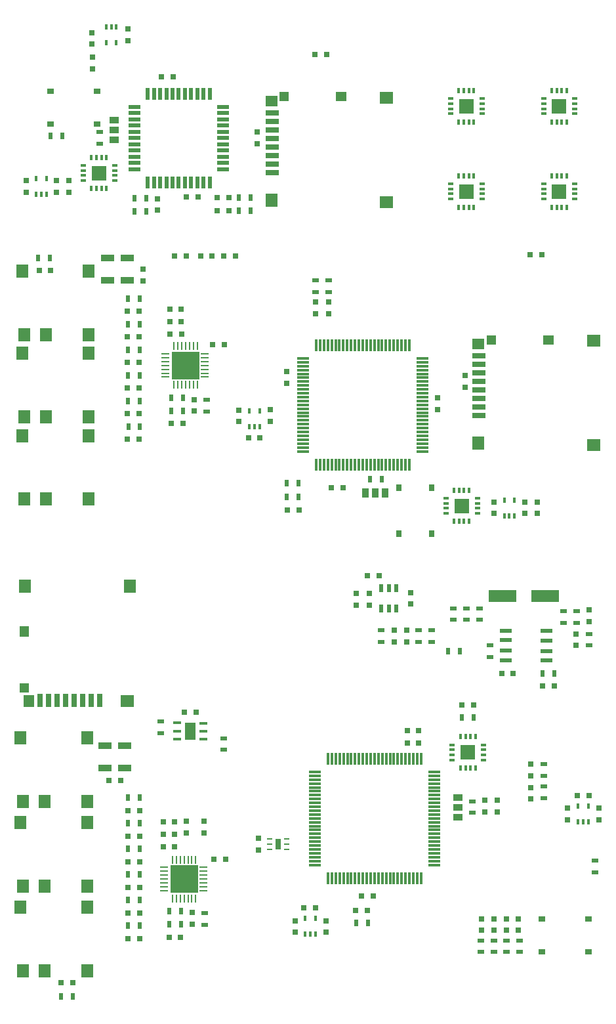
<source format=gbr>
G04 #@! TF.FileFunction,Paste,Top*
%FSLAX46Y46*%
G04 Gerber Fmt 4.6, Leading zero omitted, Abs format (unit mm)*
G04 Created by KiCad (PCBNEW 4.0.2-stable) date 19/04/2016 11:25:51*
%MOMM*%
G01*
G04 APERTURE LIST*
%ADD10C,0.100000*%
%ADD11R,0.800000X0.750000*%
%ADD12R,1.680000X0.800000*%
%ADD13R,1.500000X1.700000*%
%ADD14R,1.500000X1.400000*%
%ADD15R,1.300000X1.300000*%
%ADD16R,1.700000X1.500000*%
%ADD17R,1.400000X1.300000*%
%ADD18R,0.800000X0.350000*%
%ADD19R,1.950000X1.950000*%
%ADD20R,0.350000X0.800000*%
%ADD21R,0.750000X0.800000*%
%ADD22R,0.797560X0.797560*%
%ADD23R,1.500000X0.300000*%
%ADD24R,0.300000X1.500000*%
%ADD25R,0.500000X0.900000*%
%ADD26R,0.900000X0.500000*%
%ADD27R,0.700000X0.900000*%
%ADD28R,0.406400X0.660400*%
%ADD29R,3.600000X3.600000*%
%ADD30R,1.000000X0.250000*%
%ADD31R,0.250000X1.000000*%
%ADD32R,1.700000X0.900000*%
%ADD33R,0.965200X1.270000*%
%ADD34R,0.900000X0.700000*%
%ADD35R,0.550000X1.500000*%
%ADD36R,1.500000X0.550000*%
%ADD37R,1.270000X0.965200*%
%ADD38R,1.000000X0.450000*%
%ADD39R,1.400000X2.300000*%
%ADD40R,0.650000X1.350000*%
%ADD41R,0.800000X0.250000*%
%ADD42R,0.800000X1.680000*%
%ADD43R,1.400000X1.500000*%
%ADD44R,1.300000X1.400000*%
%ADD45R,0.600000X1.100000*%
%ADD46R,1.500000X0.600000*%
%ADD47R,3.599180X1.600200*%
G04 APERTURE END LIST*
D10*
D11*
X52056600Y-93281500D03*
X53556600Y-93281500D03*
D12*
X91989000Y-97693000D03*
X91989000Y-98793000D03*
X91989000Y-100993000D03*
X91989000Y-99893000D03*
X91989000Y-104293000D03*
X91989000Y-105393000D03*
X91989000Y-103193000D03*
X91989000Y-102093000D03*
D13*
X91899000Y-108943000D03*
D14*
X91899000Y-96193000D03*
D15*
X93569000Y-95633000D03*
D16*
X106749000Y-109233000D03*
D17*
X100909000Y-95633000D03*
D16*
X106749000Y-95743000D03*
D18*
X91750500Y-116055500D03*
X91750500Y-116705500D03*
X91750500Y-117355500D03*
X91750500Y-118005500D03*
D19*
X89725500Y-117030500D03*
D18*
X87700500Y-116055500D03*
X87700500Y-116705500D03*
X87700500Y-117355500D03*
X87700500Y-118005500D03*
D20*
X90700500Y-119055500D03*
X90050500Y-119055500D03*
X89400500Y-119055500D03*
X88750500Y-119055500D03*
X90700500Y-115005500D03*
X90050500Y-115005500D03*
X89400500Y-115005500D03*
X88750500Y-115005500D03*
D21*
X99504500Y-118034500D03*
X99504500Y-116534500D03*
X97917000Y-118034500D03*
X97917000Y-116534500D03*
X93916500Y-118034500D03*
X93916500Y-116534500D03*
D11*
X63716600Y-108254800D03*
X62216600Y-108254800D03*
D21*
X64998600Y-106160000D03*
X64998600Y-104660000D03*
X60985400Y-106185400D03*
X60985400Y-104685400D03*
X48577500Y-86499000D03*
X48577500Y-87999000D03*
D11*
X67245800Y-117551200D03*
X68745800Y-117551200D03*
X74410000Y-114681000D03*
X72910000Y-114681000D03*
X54153500Y-84772500D03*
X52653500Y-84772500D03*
X56019000Y-84772500D03*
X57519000Y-84772500D03*
X52056600Y-91668600D03*
X53556600Y-91668600D03*
X52082000Y-94881700D03*
X53582000Y-94881700D03*
X57619200Y-96227900D03*
X59119200Y-96227900D03*
X98589400Y-84632800D03*
X100089400Y-84632800D03*
D21*
X90170000Y-100240400D03*
X90170000Y-101740400D03*
D11*
X48057500Y-91948000D03*
X46557500Y-91948000D03*
X48057500Y-95250000D03*
X46557500Y-95250000D03*
X48057500Y-98552000D03*
X46557500Y-98552000D03*
X48057500Y-101854000D03*
X46557500Y-101854000D03*
X48057500Y-105156000D03*
X46557500Y-105156000D03*
X48057500Y-108458000D03*
X46557500Y-108458000D03*
D21*
X55181500Y-103326500D03*
X55181500Y-104826500D03*
D11*
X36691000Y-86677500D03*
X35191000Y-86677500D03*
X53772500Y-106362500D03*
X52272500Y-106362500D03*
D21*
X86614000Y-103136000D03*
X86614000Y-104636000D03*
X67119500Y-101207000D03*
X67119500Y-99707000D03*
D22*
X70866000Y-90754200D03*
X70866000Y-92252800D03*
X72580500Y-90754200D03*
X72580500Y-92252800D03*
D23*
X84662000Y-110013000D03*
X84662000Y-109513000D03*
X84662000Y-109013000D03*
X84662000Y-108513000D03*
X84662000Y-108013000D03*
X84662000Y-107513000D03*
X84662000Y-107013000D03*
X84662000Y-106513000D03*
X84662000Y-106013000D03*
X84662000Y-105513000D03*
X84662000Y-105013000D03*
X84662000Y-104513000D03*
X84662000Y-104013000D03*
X84662000Y-103513000D03*
X84662000Y-103013000D03*
X84662000Y-102513000D03*
X84662000Y-102013000D03*
X84662000Y-101513000D03*
X84662000Y-101013000D03*
X84662000Y-100513000D03*
X84662000Y-100013000D03*
X84662000Y-99513000D03*
X84662000Y-99013000D03*
X84662000Y-98513000D03*
X84662000Y-98013000D03*
D24*
X82962000Y-96313000D03*
X82462000Y-96313000D03*
X81962000Y-96313000D03*
X81462000Y-96313000D03*
X80962000Y-96313000D03*
X80462000Y-96313000D03*
X79962000Y-96313000D03*
X79462000Y-96313000D03*
X78962000Y-96313000D03*
X78462000Y-96313000D03*
X77962000Y-96313000D03*
X77462000Y-96313000D03*
X76962000Y-96313000D03*
X76462000Y-96313000D03*
X75962000Y-96313000D03*
X75462000Y-96313000D03*
X74962000Y-96313000D03*
X74462000Y-96313000D03*
X73962000Y-96313000D03*
X73462000Y-96313000D03*
X72962000Y-96313000D03*
X72462000Y-96313000D03*
X71962000Y-96313000D03*
X71462000Y-96313000D03*
X70962000Y-96313000D03*
D23*
X69262000Y-98013000D03*
X69262000Y-98513000D03*
X69262000Y-99013000D03*
X69262000Y-99513000D03*
X69262000Y-100013000D03*
X69262000Y-100513000D03*
X69262000Y-101013000D03*
X69262000Y-101513000D03*
X69262000Y-102013000D03*
X69262000Y-102513000D03*
X69262000Y-103013000D03*
X69262000Y-103513000D03*
X69262000Y-104013000D03*
X69262000Y-104513000D03*
X69262000Y-105013000D03*
X69262000Y-105513000D03*
X69262000Y-106013000D03*
X69262000Y-106513000D03*
X69262000Y-107013000D03*
X69262000Y-107513000D03*
X69262000Y-108013000D03*
X69262000Y-108513000D03*
X69262000Y-109013000D03*
X69262000Y-109513000D03*
X69262000Y-110013000D03*
D24*
X70962000Y-111713000D03*
X71462000Y-111713000D03*
X71962000Y-111713000D03*
X72462000Y-111713000D03*
X72962000Y-111713000D03*
X73462000Y-111713000D03*
X73962000Y-111713000D03*
X74462000Y-111713000D03*
X74962000Y-111713000D03*
X75462000Y-111713000D03*
X75962000Y-111713000D03*
X76462000Y-111713000D03*
X76962000Y-111713000D03*
X77462000Y-111713000D03*
X77962000Y-111713000D03*
X78462000Y-111713000D03*
X78962000Y-111713000D03*
X79462000Y-111713000D03*
X79962000Y-111713000D03*
X80462000Y-111713000D03*
X80962000Y-111713000D03*
X81462000Y-111713000D03*
X81962000Y-111713000D03*
X82462000Y-111713000D03*
X82962000Y-111713000D03*
D13*
X33291000Y-116177500D03*
X36091000Y-116177500D03*
X41591000Y-116177500D03*
X41591000Y-107977500D03*
X32991000Y-107977500D03*
X33291000Y-105573000D03*
X36091000Y-105573000D03*
X41591000Y-105573000D03*
X41591000Y-97373000D03*
X32991000Y-97373000D03*
X33291000Y-94968500D03*
X36091000Y-94968500D03*
X41591000Y-94968500D03*
X41591000Y-86768500D03*
X32991000Y-86768500D03*
D25*
X67144200Y-114147600D03*
X68644200Y-114147600D03*
X67144200Y-115849400D03*
X68644200Y-115849400D03*
D26*
X70866000Y-87959500D03*
X70866000Y-89459500D03*
X72580500Y-87959500D03*
X72580500Y-89459500D03*
D25*
X48209900Y-106807000D03*
X46709900Y-106807000D03*
X48184500Y-103505000D03*
X46684500Y-103505000D03*
X48184500Y-100203000D03*
X46684500Y-100203000D03*
X48184500Y-96901000D03*
X46684500Y-96901000D03*
X48184500Y-93599000D03*
X46684500Y-93599000D03*
X48184500Y-90297000D03*
X46684500Y-90297000D03*
D26*
X56819800Y-104864600D03*
X56819800Y-103364600D03*
D25*
X36564000Y-85026500D03*
X35064000Y-85026500D03*
X53772500Y-104775000D03*
X52272500Y-104775000D03*
X53772500Y-103124000D03*
X52272500Y-103124000D03*
D27*
X85856500Y-120665500D03*
X81656500Y-120665500D03*
X85856500Y-114665500D03*
X81656500Y-114665500D03*
D28*
X95224600Y-118364000D03*
X96545400Y-118364000D03*
X95885000Y-118364000D03*
X96545400Y-116332000D03*
X95224600Y-116332000D03*
X62331600Y-106832400D03*
X63652400Y-106832400D03*
X62992000Y-106832400D03*
X63652400Y-104800400D03*
X62331600Y-104800400D03*
D29*
X54102000Y-98933000D03*
D30*
X56602000Y-98933000D03*
X56602000Y-99433000D03*
X56602000Y-99933000D03*
X56602000Y-100433000D03*
X56602000Y-98433000D03*
X56602000Y-97933000D03*
X56602000Y-97433000D03*
X51502000Y-98933000D03*
X51502000Y-98433000D03*
X51502000Y-97933000D03*
X51502000Y-97433000D03*
X51502000Y-99433000D03*
X51502000Y-99933000D03*
X51502000Y-100433000D03*
D31*
X55602000Y-101433000D03*
X55102000Y-101433000D03*
X54602000Y-101433000D03*
X54102000Y-101433000D03*
X53602000Y-101433000D03*
X53102000Y-101433000D03*
X52602000Y-101433000D03*
X52602000Y-96433000D03*
X53102000Y-96433000D03*
X53602000Y-96433000D03*
X54102000Y-96433000D03*
X54602000Y-96433000D03*
X55102000Y-96433000D03*
X55602000Y-96433000D03*
D32*
X46545500Y-85037000D03*
X46545500Y-87937000D03*
X44069000Y-85037000D03*
X44069000Y-87937000D03*
D11*
X60503500Y-84772500D03*
X59003500Y-84772500D03*
D25*
X79426500Y-113601500D03*
X77926500Y-113601500D03*
D33*
X77279500Y-115379500D03*
X78549500Y-115379500D03*
X79819500Y-115379500D03*
D21*
X33528000Y-75069000D03*
X33528000Y-76569000D03*
X42062400Y-60668600D03*
X42062400Y-59168600D03*
X42037000Y-55993600D03*
X42037000Y-57493600D03*
X46659800Y-55536400D03*
X46659800Y-57036400D03*
X37465000Y-76569000D03*
X37465000Y-75069000D03*
X39052500Y-76569000D03*
X39052500Y-75069000D03*
X50482500Y-78918500D03*
X50482500Y-77418500D03*
D11*
X70814500Y-58801000D03*
X72314500Y-58801000D03*
X51002500Y-61722000D03*
X52502500Y-61722000D03*
X55677500Y-77190600D03*
X54177500Y-77190600D03*
D22*
X59690000Y-78943200D03*
X58191400Y-78943200D03*
X59677300Y-77279500D03*
X58178700Y-77279500D03*
D25*
X47510000Y-79057500D03*
X49010000Y-79057500D03*
X47510000Y-77343000D03*
X49010000Y-77343000D03*
X36651500Y-69278500D03*
X38151500Y-69278500D03*
X62472000Y-78943200D03*
X60972000Y-78943200D03*
X62472000Y-77279500D03*
X60972000Y-77279500D03*
D12*
X65255500Y-66324000D03*
X65255500Y-67424000D03*
X65255500Y-69624000D03*
X65255500Y-68524000D03*
X65255500Y-72924000D03*
X65255500Y-74024000D03*
X65255500Y-71824000D03*
X65255500Y-70724000D03*
D13*
X65165500Y-77574000D03*
D14*
X65165500Y-64824000D03*
D15*
X66835500Y-64264000D03*
D16*
X80015500Y-77864000D03*
D17*
X74175500Y-64264000D03*
D16*
X80015500Y-64374000D03*
D34*
X42687500Y-63559000D03*
X42687500Y-67759000D03*
X36687500Y-63559000D03*
X36687500Y-67759000D03*
D28*
X45173900Y-55245000D03*
X43853100Y-55245000D03*
X44513500Y-55245000D03*
X43853100Y-57277000D03*
X45173900Y-57277000D03*
X34836100Y-76835000D03*
X36156900Y-76835000D03*
X35496500Y-76835000D03*
X36156900Y-74803000D03*
X34836100Y-74803000D03*
D35*
X49213000Y-75296000D03*
X50013000Y-75296000D03*
X50813000Y-75296000D03*
X51613000Y-75296000D03*
X52413000Y-75296000D03*
X53213000Y-75296000D03*
X54013000Y-75296000D03*
X54813000Y-75296000D03*
X55613000Y-75296000D03*
X56413000Y-75296000D03*
X57213000Y-75296000D03*
D36*
X58913000Y-73596000D03*
X58913000Y-72796000D03*
X58913000Y-71996000D03*
X58913000Y-71196000D03*
X58913000Y-70396000D03*
X58913000Y-69596000D03*
X58913000Y-68796000D03*
X58913000Y-67996000D03*
X58913000Y-67196000D03*
X58913000Y-66396000D03*
X58913000Y-65596000D03*
D35*
X57213000Y-63896000D03*
X56413000Y-63896000D03*
X55613000Y-63896000D03*
X54813000Y-63896000D03*
X54013000Y-63896000D03*
X53213000Y-63896000D03*
X52413000Y-63896000D03*
X51613000Y-63896000D03*
X50813000Y-63896000D03*
X50013000Y-63896000D03*
X49213000Y-63896000D03*
D36*
X47513000Y-65596000D03*
X47513000Y-66396000D03*
X47513000Y-67196000D03*
X47513000Y-67996000D03*
X47513000Y-68796000D03*
X47513000Y-69596000D03*
X47513000Y-70396000D03*
X47513000Y-71196000D03*
X47513000Y-71996000D03*
X47513000Y-72796000D03*
X47513000Y-73596000D03*
D18*
X40901000Y-75079500D03*
X40901000Y-74429500D03*
X40901000Y-73779500D03*
X40901000Y-73129500D03*
D19*
X42926000Y-74104500D03*
D18*
X44951000Y-75079500D03*
X44951000Y-74429500D03*
X44951000Y-73779500D03*
X44951000Y-73129500D03*
D20*
X41951000Y-72079500D03*
X42601000Y-72079500D03*
X43251000Y-72079500D03*
X43901000Y-72079500D03*
X41951000Y-76129500D03*
X42601000Y-76129500D03*
X43251000Y-76129500D03*
X43901000Y-76129500D03*
D21*
X63347600Y-70346000D03*
X63347600Y-68846000D03*
D26*
X42989500Y-70346000D03*
X42989500Y-68846000D03*
D37*
X44894500Y-67246500D03*
X44894500Y-68516500D03*
X44894500Y-69786500D03*
D18*
X92348500Y-75505500D03*
X92348500Y-76155500D03*
X92348500Y-76805500D03*
X92348500Y-77455500D03*
D19*
X90323500Y-76480500D03*
D18*
X88298500Y-75505500D03*
X88298500Y-76155500D03*
X88298500Y-76805500D03*
X88298500Y-77455500D03*
D20*
X91298500Y-78505500D03*
X90648500Y-78505500D03*
X89998500Y-78505500D03*
X89348500Y-78505500D03*
X91298500Y-74455500D03*
X90648500Y-74455500D03*
X89998500Y-74455500D03*
X89348500Y-74455500D03*
D18*
X104350000Y-64520000D03*
X104350000Y-65170000D03*
X104350000Y-65820000D03*
X104350000Y-66470000D03*
D19*
X102325000Y-65495000D03*
D18*
X100300000Y-64520000D03*
X100300000Y-65170000D03*
X100300000Y-65820000D03*
X100300000Y-66470000D03*
D20*
X103300000Y-67520000D03*
X102650000Y-67520000D03*
X102000000Y-67520000D03*
X101350000Y-67520000D03*
X103300000Y-63470000D03*
X102650000Y-63470000D03*
X102000000Y-63470000D03*
X101350000Y-63470000D03*
D18*
X104350000Y-75505500D03*
X104350000Y-76155500D03*
X104350000Y-76805500D03*
X104350000Y-77455500D03*
D19*
X102325000Y-76480500D03*
D18*
X100300000Y-75505500D03*
X100300000Y-76155500D03*
X100300000Y-76805500D03*
X100300000Y-77455500D03*
D20*
X103300000Y-78505500D03*
X102650000Y-78505500D03*
X102000000Y-78505500D03*
X101350000Y-78505500D03*
X103300000Y-74455500D03*
X102650000Y-74455500D03*
X102000000Y-74455500D03*
X101350000Y-74455500D03*
D18*
X92348500Y-64520000D03*
X92348500Y-65170000D03*
X92348500Y-65820000D03*
X92348500Y-66470000D03*
D19*
X90323500Y-65495000D03*
D18*
X88298500Y-64520000D03*
X88298500Y-65170000D03*
X88298500Y-65820000D03*
X88298500Y-66470000D03*
D20*
X91298500Y-67520000D03*
X90648500Y-67520000D03*
X89998500Y-67520000D03*
X89348500Y-67520000D03*
X91298500Y-63470000D03*
X90648500Y-63470000D03*
X89998500Y-63470000D03*
X89348500Y-63470000D03*
D21*
X94297500Y-156515500D03*
X94297500Y-155015500D03*
D38*
X56373500Y-147113500D03*
X56373500Y-146113500D03*
X56373500Y-145113500D03*
X52973500Y-145013500D03*
X52973500Y-146113500D03*
X52973500Y-147113500D03*
D39*
X54673500Y-146113500D03*
D11*
X53455000Y-172656500D03*
X51955000Y-172656500D03*
D25*
X53518500Y-169291000D03*
X52018500Y-169291000D03*
D26*
X58991500Y-147014500D03*
X58991500Y-148514500D03*
X50863500Y-146355500D03*
X50863500Y-144855500D03*
D11*
X84189000Y-146050000D03*
X82689000Y-146050000D03*
D24*
X84486000Y-149653000D03*
X83986000Y-149653000D03*
X83486000Y-149653000D03*
X82986000Y-149653000D03*
X82486000Y-149653000D03*
X81986000Y-149653000D03*
X81486000Y-149653000D03*
X80986000Y-149653000D03*
X80486000Y-149653000D03*
X79986000Y-149653000D03*
X79486000Y-149653000D03*
X78986000Y-149653000D03*
X78486000Y-149653000D03*
X77986000Y-149653000D03*
X77486000Y-149653000D03*
X76986000Y-149653000D03*
X76486000Y-149653000D03*
X75986000Y-149653000D03*
X75486000Y-149653000D03*
X74986000Y-149653000D03*
X74486000Y-149653000D03*
X73986000Y-149653000D03*
X73486000Y-149653000D03*
X72986000Y-149653000D03*
X72486000Y-149653000D03*
D23*
X70786000Y-151353000D03*
X70786000Y-151853000D03*
X70786000Y-152353000D03*
X70786000Y-152853000D03*
X70786000Y-153353000D03*
X70786000Y-153853000D03*
X70786000Y-154353000D03*
X70786000Y-154853000D03*
X70786000Y-155353000D03*
X70786000Y-155853000D03*
X70786000Y-156353000D03*
X70786000Y-156853000D03*
X70786000Y-157353000D03*
X70786000Y-157853000D03*
X70786000Y-158353000D03*
X70786000Y-158853000D03*
X70786000Y-159353000D03*
X70786000Y-159853000D03*
X70786000Y-160353000D03*
X70786000Y-160853000D03*
X70786000Y-161353000D03*
X70786000Y-161853000D03*
X70786000Y-162353000D03*
X70786000Y-162853000D03*
X70786000Y-163353000D03*
D24*
X72486000Y-165053000D03*
X72986000Y-165053000D03*
X73486000Y-165053000D03*
X73986000Y-165053000D03*
X74486000Y-165053000D03*
X74986000Y-165053000D03*
X75486000Y-165053000D03*
X75986000Y-165053000D03*
X76486000Y-165053000D03*
X76986000Y-165053000D03*
X77486000Y-165053000D03*
X77986000Y-165053000D03*
X78486000Y-165053000D03*
X78986000Y-165053000D03*
X79486000Y-165053000D03*
X79986000Y-165053000D03*
X80486000Y-165053000D03*
X80986000Y-165053000D03*
X81486000Y-165053000D03*
X81986000Y-165053000D03*
X82486000Y-165053000D03*
X82986000Y-165053000D03*
X83486000Y-165053000D03*
X83986000Y-165053000D03*
X84486000Y-165053000D03*
D23*
X86186000Y-163353000D03*
X86186000Y-162853000D03*
X86186000Y-162353000D03*
X86186000Y-161853000D03*
X86186000Y-161353000D03*
X86186000Y-160853000D03*
X86186000Y-160353000D03*
X86186000Y-159853000D03*
X86186000Y-159353000D03*
X86186000Y-158853000D03*
X86186000Y-158353000D03*
X86186000Y-157853000D03*
X86186000Y-157353000D03*
X86186000Y-156853000D03*
X86186000Y-156353000D03*
X86186000Y-155853000D03*
X86186000Y-155353000D03*
X86186000Y-154853000D03*
X86186000Y-154353000D03*
X86186000Y-153853000D03*
X86186000Y-153353000D03*
X86186000Y-152853000D03*
X86186000Y-152353000D03*
X86186000Y-151853000D03*
X86186000Y-151353000D03*
D21*
X98679000Y-150380000D03*
X98679000Y-151880000D03*
X103374900Y-156032700D03*
X103374900Y-157532700D03*
X107438900Y-157532700D03*
X107438900Y-156032700D03*
D11*
X106156900Y-154369700D03*
X104656900Y-154369700D03*
D21*
X68230750Y-170541250D03*
X68230750Y-172041250D03*
X72231250Y-172041250D03*
X72231250Y-170541250D03*
D11*
X70885750Y-168878250D03*
X69385750Y-168878250D03*
X44208000Y-152463500D03*
X45708000Y-152463500D03*
X77521500Y-169227500D03*
X76021500Y-169227500D03*
D21*
X98679000Y-154864500D03*
X98679000Y-153364500D03*
X92710000Y-156515500D03*
X92710000Y-155015500D03*
D11*
X91237500Y-142684500D03*
X89737500Y-142684500D03*
X84189000Y-147637500D03*
X82689000Y-147637500D03*
D21*
X54229000Y-159246000D03*
X54229000Y-157746000D03*
X56451500Y-159246000D03*
X56451500Y-157746000D03*
D11*
X51193000Y-161036000D03*
X52693000Y-161036000D03*
X51193000Y-159385000D03*
X52693000Y-159385000D03*
X57733500Y-162623500D03*
X59233500Y-162623500D03*
X48184500Y-156337000D03*
X46684500Y-156337000D03*
X48184500Y-159639000D03*
X46684500Y-159639000D03*
X48184500Y-162941000D03*
X46684500Y-162941000D03*
X48184500Y-166243000D03*
X46684500Y-166243000D03*
X48184500Y-169545000D03*
X46684500Y-169545000D03*
X48184500Y-172847000D03*
X46684500Y-172847000D03*
D21*
X54927500Y-169493500D03*
X54927500Y-170993500D03*
D11*
X39542000Y-178562000D03*
X38042000Y-178562000D03*
D21*
X63500000Y-159905000D03*
X63500000Y-161405000D03*
D11*
X53923500Y-143637000D03*
X55423500Y-143637000D03*
X78283500Y-167322500D03*
X76783500Y-167322500D03*
D22*
X92297250Y-170287950D03*
X92297250Y-171786550D03*
X93884750Y-170287950D03*
X93884750Y-171786550D03*
X95472250Y-170287950D03*
X95472250Y-171786550D03*
X97059750Y-170287950D03*
X97059750Y-171786550D03*
D25*
X76148500Y-170815000D03*
X77648500Y-170815000D03*
D26*
X100330000Y-150380000D03*
X100330000Y-151880000D03*
X100330000Y-153237500D03*
X100330000Y-154737500D03*
X106934000Y-162826000D03*
X106934000Y-164326000D03*
D25*
X89760360Y-144317720D03*
X91260360Y-144317720D03*
D26*
X92233750Y-174581250D03*
X92233750Y-173081250D03*
X93884750Y-174581250D03*
X93884750Y-173081250D03*
X95535750Y-174581250D03*
X95535750Y-173081250D03*
X97186750Y-174581250D03*
X97186750Y-173081250D03*
D25*
X48184500Y-171196000D03*
X46684500Y-171196000D03*
X48184500Y-167894000D03*
X46684500Y-167894000D03*
X48184500Y-164592000D03*
X46684500Y-164592000D03*
X48184500Y-161290000D03*
X46684500Y-161290000D03*
X48184500Y-157988000D03*
X46684500Y-157988000D03*
X48184500Y-154686000D03*
X46684500Y-154686000D03*
D26*
X56578500Y-171057000D03*
X56578500Y-169557000D03*
D25*
X39542000Y-180276500D03*
X38042000Y-180276500D03*
X53518500Y-171005500D03*
X52018500Y-171005500D03*
D28*
X104746500Y-157798700D03*
X106067300Y-157798700D03*
X105406900Y-157798700D03*
X106067300Y-155766700D03*
X104746500Y-155766700D03*
X69538850Y-172307250D03*
X70859650Y-172307250D03*
X70199250Y-172307250D03*
X70859650Y-170275250D03*
X69538850Y-170275250D03*
D40*
X66008250Y-160686750D03*
D41*
X64908250Y-160036750D03*
X64908250Y-160686750D03*
X64908250Y-161336750D03*
X67108250Y-161336750D03*
X67108250Y-160686750D03*
X67108250Y-160036750D03*
D42*
X35336000Y-142135500D03*
X36436000Y-142135500D03*
X38636000Y-142135500D03*
X37536000Y-142135500D03*
X41936000Y-142135500D03*
X43036000Y-142135500D03*
X40836000Y-142135500D03*
X39736000Y-142135500D03*
D16*
X46586000Y-142225500D03*
D43*
X33836000Y-142225500D03*
D15*
X33276000Y-140555500D03*
D13*
X46876000Y-127375500D03*
D44*
X33276000Y-133215500D03*
D13*
X33386000Y-127375500D03*
X33094000Y-177010500D03*
X35894000Y-177010500D03*
X41394000Y-177010500D03*
X41394000Y-168810500D03*
X32794000Y-168810500D03*
X33094000Y-166088500D03*
X35894000Y-166088500D03*
X41394000Y-166088500D03*
X41394000Y-157888500D03*
X32794000Y-157888500D03*
X33094000Y-155166500D03*
X35894000Y-155166500D03*
X41394000Y-155166500D03*
X41394000Y-146966500D03*
X32794000Y-146966500D03*
D34*
X100060500Y-174566000D03*
X100060500Y-170366000D03*
X106060500Y-174566000D03*
X106060500Y-170366000D03*
D21*
X83121500Y-128218500D03*
X83121500Y-129718500D03*
X76136500Y-129845500D03*
X76136500Y-128345500D03*
X77787500Y-129845500D03*
X77787500Y-128345500D03*
D11*
X100151500Y-140271500D03*
X101651500Y-140271500D03*
D21*
X104457500Y-133552500D03*
X104457500Y-135052500D03*
X82613500Y-133108000D03*
X82613500Y-134608000D03*
X81026000Y-133108000D03*
X81026000Y-134608000D03*
X106203750Y-131972750D03*
X106203750Y-130472750D03*
D26*
X84201000Y-133108000D03*
X84201000Y-134608000D03*
D25*
X100151500Y-138620500D03*
X101651500Y-138620500D03*
D26*
X85852000Y-134608000D03*
X85852000Y-133108000D03*
X102838250Y-130599750D03*
X102838250Y-132099750D03*
X106172000Y-135052500D03*
X106172000Y-133552500D03*
X79375000Y-133108000D03*
X79375000Y-134608000D03*
X93408500Y-136513000D03*
X93408500Y-135013000D03*
D25*
X87959500Y-135763000D03*
X89459500Y-135763000D03*
D26*
X92075000Y-131750500D03*
X92075000Y-130250500D03*
X104552750Y-132099750D03*
X104552750Y-130599750D03*
X90360500Y-131750500D03*
X90360500Y-130250500D03*
X88646000Y-131750500D03*
X88646000Y-130250500D03*
D45*
X79327500Y-130268500D03*
X80327500Y-130268500D03*
X81327500Y-130268500D03*
X81327500Y-127668500D03*
X80327500Y-127668500D03*
X79327500Y-127668500D03*
D46*
X100644000Y-136964500D03*
X100644000Y-135764500D03*
X100644000Y-134464500D03*
X100644000Y-133164500D03*
X95444000Y-133164500D03*
X95444000Y-134364500D03*
X95444000Y-135664500D03*
X95444000Y-136964500D03*
D11*
X94881000Y-138620500D03*
X96381000Y-138620500D03*
D32*
X46228000Y-147965500D03*
X46228000Y-150865500D03*
X43688000Y-147965500D03*
X43688000Y-150865500D03*
D18*
X92576000Y-147869000D03*
X92576000Y-148519000D03*
X92576000Y-149169000D03*
X92576000Y-149819000D03*
D19*
X90551000Y-148844000D03*
D18*
X88526000Y-147869000D03*
X88526000Y-148519000D03*
X88526000Y-149169000D03*
X88526000Y-149819000D03*
D20*
X91526000Y-150869000D03*
X90876000Y-150869000D03*
X90226000Y-150869000D03*
X89576000Y-150869000D03*
X91526000Y-146819000D03*
X90876000Y-146819000D03*
X90226000Y-146819000D03*
X89576000Y-146819000D03*
D29*
X53911500Y-165163500D03*
D30*
X56411500Y-165163500D03*
X56411500Y-165663500D03*
X56411500Y-166163500D03*
X56411500Y-166663500D03*
X56411500Y-164663500D03*
X56411500Y-164163500D03*
X56411500Y-163663500D03*
X51311500Y-165163500D03*
X51311500Y-164663500D03*
X51311500Y-164163500D03*
X51311500Y-163663500D03*
X51311500Y-165663500D03*
X51311500Y-166163500D03*
X51311500Y-166663500D03*
D31*
X55411500Y-167663500D03*
X54911500Y-167663500D03*
X54411500Y-167663500D03*
X53911500Y-167663500D03*
X53411500Y-167663500D03*
X52911500Y-167663500D03*
X52411500Y-167663500D03*
X52411500Y-162663500D03*
X52911500Y-162663500D03*
X53411500Y-162663500D03*
X53911500Y-162663500D03*
X54411500Y-162663500D03*
X54911500Y-162663500D03*
X55411500Y-162663500D03*
D11*
X52693000Y-157797500D03*
X51193000Y-157797500D03*
D47*
X100477320Y-128651000D03*
X94975680Y-128651000D03*
D26*
X91122500Y-155142500D03*
X91122500Y-156642500D03*
D37*
X89281000Y-157162500D03*
X89281000Y-155892500D03*
X89281000Y-154622500D03*
D11*
X79045500Y-126047500D03*
X77545500Y-126047500D03*
M02*

</source>
